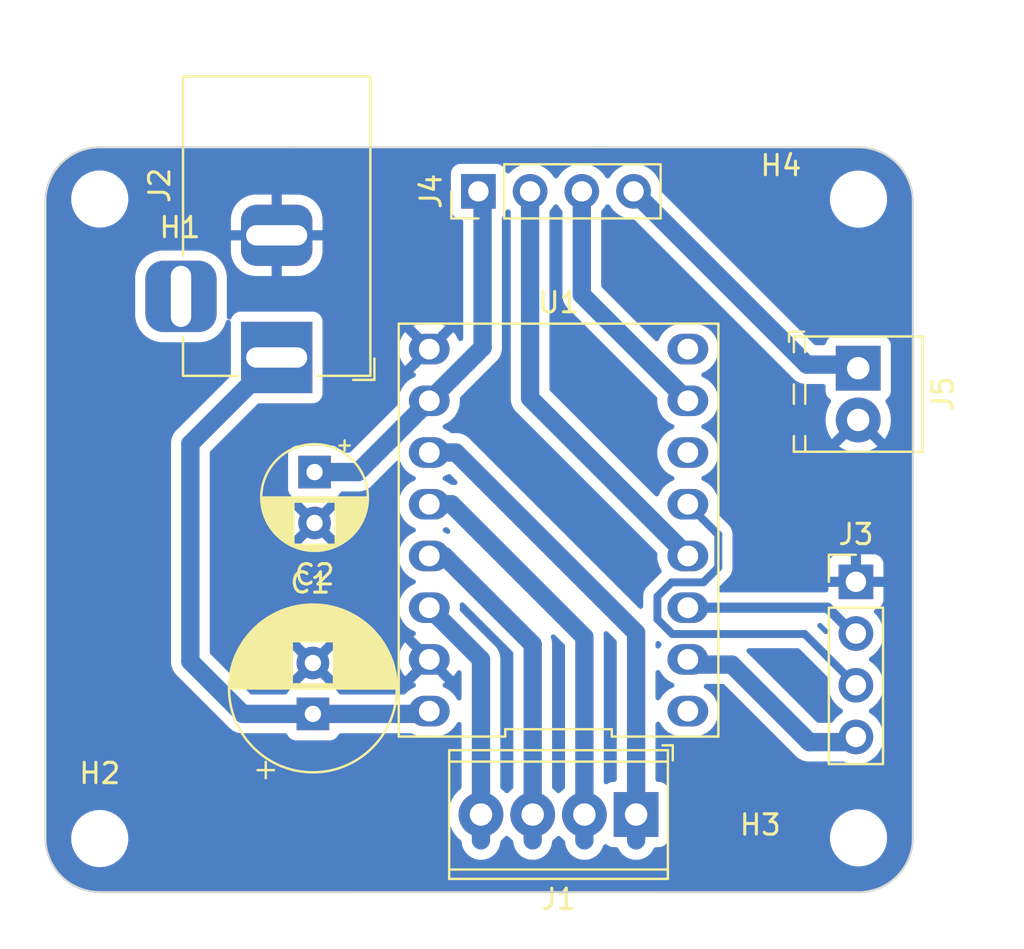
<source format=kicad_pcb>
(kicad_pcb (version 20221018) (generator pcbnew)
  (layers (0 "F.Cu" signal) (31 "B.Cu" signal) (34 "B.Paste" user) (35 "F.Paste" user) (36 "B.SilkS" user "B.Silkscreen") (37 "F.SilkS" user "F.Silkscreen") (38 "B.Mask" user) (39 "F.Mask" user) (44 "Edge.Cuts" user))
  (net 0 "")
  (net 1 "+12V")
  (net 2 "GND")
  (net 3 "+3.3V")
  (net 4 "Net-(J1-Pin_1)")
  (net 5 "Net-(J1-Pin_2)")
  (net 6 "Net-(J1-Pin_3)")
  (net 7 "Net-(J1-Pin_4)")
  (net 9 "Net-(J3-Pin_2)")
  (net 10 "Net-(J3-Pin_3)")
  (net 11 "Net-(J3-Pin_4)")
  (net 12 "Net-(J4-Pin_2)")
  (net 13 "Net-(J4-Pin_3)")
  (net 17 "Net-(J4-Pin_4)")
  (footprint "Connector_PinHeader_2.54mm:PinHeader_1x04_P2.54mm_Vertical" (layer "F.Cu") (at 149.987 85.09)
    (fp_text reference "J3" (at 0 -2.33) (layer "F.SilkS"))
    (fp_text value "Conn_01x04_Pin")
    (fp_line (start -1.33 -1.33) (end 0 -1.33) (stroke (width 0.12)) (layer "F.SilkS"))
    (fp_line (start -1.33 0) (end -1.33 -1.33) (stroke (width 0.12)) (layer "F.SilkS"))
    (fp_line (start -1.33 1.27) (end -1.33 8.95) (stroke (width 0.12)) (layer "F.SilkS"))
    (fp_line (start -1.33 1.27) (end 1.33 1.27) (stroke (width 0.12)) (layer "F.SilkS"))
    (fp_line (start -1.33 8.95) (end 1.33 8.95) (stroke (width 0.12)) (layer "F.SilkS"))
    (fp_line (start 1.33 1.27) (end 1.33 8.95) (stroke (width 0.12)) (layer "F.SilkS"))
    (pad "1" thru_hole rect (at 0 0) (size 1.7 1.7) (drill 1) (layers "*.Cu" "*.Mask") (net 2 "GND"))
    (pad "2" thru_hole oval (at 0 2.54) (size 1.7 1.7) (drill 1) (layers "*.Cu" "*.Mask") (net 9 "Net-(J3-Pin_2)"))
    (pad "3" thru_hole oval (at 0 5.08) (size 1.7 1.7) (drill 1) (layers "*.Cu" "*.Mask") (net 10 "Net-(J3-Pin_3)"))
    (pad "4" thru_hole oval (at 0 7.62) (size 1.7 1.7) (drill 1) (layers "*.Cu" "*.Mask") (net 11 "Net-(J3-Pin_4)"))
  )
  (footprint "OSMI_stepper_footprint:DIP-16_500_ELL" (layer "F.Cu") (at 135.382 82.55 90)
    (fp_text reference "U1" (at 11.176 0) (layer "F.SilkS"))
    (fp_text value "~")
    (fp_line (start -10.14 -7.85) (end -10.14 -2.616666) (stroke (width 0.12)) (layer "F.SilkS"))
    (fp_line (start -10.14 -2.616666) (end -9.78 -2.616666) (stroke (width 0.12)) (layer "F.SilkS"))
    (fp_line (start -10.14 2.616666) (end -10.14 7.849999) (stroke (width 0.12)) (layer "F.SilkS"))
    (fp_line (start -10.14 7.849999) (end 10.14 7.85) (stroke (width 0.12)) (layer "F.SilkS"))
    (fp_line (start -9.78 -2.616666) (end -9.78 2.616666) (stroke (width 0.12)) (layer "F.SilkS"))
    (fp_line (start -9.78 2.616666) (end -10.14 2.616666) (stroke (width 0.12)) (layer "F.SilkS"))
    (fp_line (start 10.14 -7.849999) (end -10.14 -7.85) (stroke (width 0.12)) (layer "F.SilkS"))
    (fp_line (start 10.14 7.85) (end 10.14 -7.849999) (stroke (width 0.12)) (layer "F.SilkS"))
    (pad "1" thru_hole oval (at -8.89 6.35 90) (size 1.5 2) (drill 1.02) (layers "*.Cu" "*.Mask"))
    (pad "2" thru_hole oval (at -6.35 6.35 90) (size 1.5 2) (drill 1.02) (layers "*.Cu" "*.Mask") (net 11 "Net-(J3-Pin_4)"))
    (pad "3" thru_hole oval (at -3.81 6.35 90) (size 1.5 2) (drill 1.02) (layers "*.Cu" "*.Mask") (net 9 "Net-(J3-Pin_2)"))
    (pad "4" thru_hole oval (at -1.27 6.35 90) (size 1.5 2) (drill 1.02) (layers "*.Cu" "*.Mask") (net 12 "Net-(J4-Pin_2)"))
    (pad "5" thru_hole oval (at 1.27 6.35 90) (size 1.5 2) (drill 1.02) (layers "*.Cu" "*.Mask") (net 10 "Net-(J3-Pin_3)"))
    (pad "6" thru_hole oval (at 3.81 6.35 90) (size 1.5 2) (drill 1.02) (layers "*.Cu" "*.Mask"))
    (pad "7" thru_hole oval (at 6.35 6.35 90) (size 1.5 2) (drill 1.02) (layers "*.Cu" "*.Mask") (net 13 "Net-(J4-Pin_3)"))
    (pad "8" thru_hole oval (at 8.89 6.35 90) (size 1.5 2) (drill 1.02) (layers "*.Cu" "*.Mask"))
    (pad "9" thru_hole oval (at 8.89 -6.35 90) (size 1.5 2) (drill 1.02) (layers "*.Cu" "*.Mask") (net 2 "GND"))
    (pad "10" thru_hole oval (at 6.35 -6.35 90) (size 1.5 2) (drill 1.02) (layers "*.Cu" "*.Mask") (net 3 "+3.3V"))
    (pad "11" thru_hole oval (at 3.81 -6.35 90) (size 1.5 2) (drill 1.02) (layers "*.Cu" "*.Mask") (net 4 "Net-(J1-Pin_1)"))
    (pad "12" thru_hole oval (at 1.27 -6.35 90) (size 1.5 2) (drill 1.02) (layers "*.Cu" "*.Mask") (net 5 "Net-(J1-Pin_2)"))
    (pad "13" thru_hole oval (at -1.27 -6.35 90) (size 1.5 2) (drill 1.02) (layers "*.Cu" "*.Mask") (net 6 "Net-(J1-Pin_3)"))
    (pad "14" thru_hole oval (at -3.81 -6.35 90) (size 1.5 2) (drill 1.02) (layers "*.Cu" "*.Mask") (net 7 "Net-(J1-Pin_4)"))
    (pad "15" thru_hole oval (at -6.35 -6.35 90) (size 1.5 2) (drill 1.02) (layers "*.Cu" "*.Mask") (net 2 "GND"))
    (pad "16" thru_hole oval (at -8.89 -6.35 90) (size 1.5 2) (drill 1.02) (layers "*.Cu" "*.Mask") (net 1 "+12V"))
  )
  (footprint "TerminalBlock_Phoenix:TerminalBlock_Phoenix_MPT-0,5-2-2.54_1x02_P2.54mm_Horizontal" (layer "F.Cu") (at 150.1 74.6 -90)
    (fp_text reference "J5" (at 1.27 -4.16 90) (layer "F.SilkS"))
    (fp_text value "Screw_Terminal_01x02")
    (fp_line (start -1.8 2.66) (end -1.8 3.4) (stroke (width 0.12)) (layer "F.SilkS"))
    (fp_line (start -1.8 3.4) (end -1.3 3.4) (stroke (width 0.12)) (layer "F.SilkS"))
    (fp_line (start -1.56 -3.16) (end -1.56 3.16) (stroke (width 0.12)) (layer "F.SilkS"))
    (fp_line (start -1.56 -3.16) (end 4.1 -3.16) (stroke (width 0.12)) (layer "F.SilkS"))
    (fp_line (start -1.56 -2.7) (end 4.1 -2.7) (stroke (width 0.12)) (layer "F.SilkS"))
    (fp_line (start -1.56 2.6) (end -0.79 2.6) (stroke (width 0.12)) (layer "F.SilkS"))
    (fp_line (start -1.56 3.16) (end -0.79 3.16) (stroke (width 0.12)) (layer "F.SilkS"))
    (fp_line (start 0.79 2.6) (end 1.75 2.6) (stroke (width 0.12)) (layer "F.SilkS"))
    (fp_line (start 0.79 3.16) (end 1.75 3.16) (stroke (width 0.12)) (layer "F.SilkS"))
    (fp_line (start 3.33 2.6) (end 4.1 2.6) (stroke (width 0.12)) (layer "F.SilkS"))
    (fp_line (start 3.33 3.16) (end 4.1 3.16) (stroke (width 0.12)) (layer "F.SilkS"))
    (fp_line (start 4.1 -3.16) (end 4.1 3.16) (stroke (width 0.12)) (layer "F.SilkS"))
    (pad "1" thru_hole rect (at 0 0 270) (size 2.2 2.2) (drill 1.1) (layers "*.Cu" "*.Mask") (net 17 "Net-(J4-Pin_4)"))
    (pad "2" thru_hole circle (at 2.54 0 270) (size 2.2 2.2) (drill 1.1) (layers "*.Cu" "*.Mask") (net 2 "GND"))
  )
  (footprint "Connector_PinHeader_2.54mm:PinHeader_1x04_P2.54mm_Vertical" (layer "F.Cu") (at 131.445 65.913 90)
    (fp_text reference "J4" (at 0 -2.33 90) (layer "F.SilkS"))
    (fp_text value "Conn_01x04_Pin")
    (fp_line (start -1.33 -1.33) (end 0 -1.33) (stroke (width 0.12)) (layer "F.SilkS"))
    (fp_line (start -1.33 0) (end -1.33 -1.33) (stroke (width 0.12)) (layer "F.SilkS"))
    (fp_line (start -1.33 1.27) (end -1.33 8.95) (stroke (width 0.12)) (layer "F.SilkS"))
    (fp_line (start -1.33 1.27) (end 1.33 1.27) (stroke (width 0.12)) (layer "F.SilkS"))
    (fp_line (start -1.33 8.95) (end 1.33 8.95) (stroke (width 0.12)) (layer "F.SilkS"))
    (fp_line (start 1.33 1.27) (end 1.33 8.95) (stroke (width 0.12)) (layer "F.SilkS"))
    (pad "1" thru_hole rect (at 0 0 90) (size 1.7 1.7) (drill 1) (layers "*.Cu" "*.Mask") (net 3 "+3.3V"))
    (pad "2" thru_hole oval (at 0 2.54 90) (size 1.7 1.7) (drill 1) (layers "*.Cu" "*.Mask") (net 12 "Net-(J4-Pin_2)"))
    (pad "3" thru_hole oval (at 0 5.08 90) (size 1.7 1.7) (drill 1) (layers "*.Cu" "*.Mask") (net 13 "Net-(J4-Pin_3)"))
    (pad "4" thru_hole oval (at 0 7.62 90) (size 1.7 1.7) (drill 1) (layers "*.Cu" "*.Mask") (net 17 "Net-(J4-Pin_4)"))
  )
  (footprint "Capacitor_THT:CP_Radial_D5.0mm_P2.50mm" (layer "F.Cu") (at 123.4 79.7 -90)
    (fp_text reference "C2" (at 5.04 0) (layer "F.SilkS"))
    (fp_text value "1uF")
    (fp_line (start -1.554775 -1.475) (end -1.054775 -1.475) (stroke (width 0.12)) (layer "F.SilkS"))
    (fp_line (start -1.304775 -1.725) (end -1.304775 -1.225) (stroke (width 0.12)) (layer "F.SilkS"))
    (fp_line (start 1.25 -2.58) (end 1.25 2.58) (stroke (width 0.12)) (layer "F.SilkS"))
    (fp_line (start 1.29 -2.58) (end 1.29 2.58) (stroke (width 0.12)) (layer "F.SilkS"))
    (fp_line (start 1.33 -2.579) (end 1.33 2.579) (stroke (width 0.12)) (layer "F.SilkS"))
    (fp_line (start 1.37 -2.578) (end 1.37 2.578) (stroke (width 0.12)) (layer "F.SilkS"))
    (fp_line (start 1.41 -2.576) (end 1.41 2.576) (stroke (width 0.12)) (layer "F.SilkS"))
    (fp_line (start 1.45 -2.573) (end 1.45 2.573) (stroke (width 0.12)) (layer "F.SilkS"))
    (fp_line (start 1.49 -2.569) (end 1.49 -1.04) (stroke (width 0.12)) (layer "F.SilkS"))
    (fp_line (start 1.49 1.04) (end 1.49 2.569) (stroke (width 0.12)) (layer "F.SilkS"))
    (fp_line (start 1.53 -2.565) (end 1.53 -1.04) (stroke (width 0.12)) (layer "F.SilkS"))
    (fp_line (start 1.53 1.04) (end 1.53 2.565) (stroke (width 0.12)) (layer "F.SilkS"))
    (fp_line (start 1.57 -2.561) (end 1.57 -1.04) (stroke (width 0.12)) (layer "F.SilkS"))
    (fp_line (start 1.57 1.04) (end 1.57 2.561) (stroke (width 0.12)) (layer "F.SilkS"))
    (fp_line (start 1.61 -2.556) (end 1.61 -1.04) (stroke (width 0.12)) (layer "F.SilkS"))
    (fp_line (start 1.61 1.04) (end 1.61 2.556) (stroke (width 0.12)) (layer "F.SilkS"))
    (fp_line (start 1.65 -2.55) (end 1.65 -1.04) (stroke (width 0.12)) (layer "F.SilkS"))
    (fp_line (start 1.65 1.04) (end 1.65 2.55) (stroke (width 0.12)) (layer "F.SilkS"))
    (fp_line (start 1.69 -2.543) (end 1.69 -1.04) (stroke (width 0.12)) (layer "F.SilkS"))
    (fp_line (start 1.69 1.04) (end 1.69 2.543) (stroke (width 0.12)) (layer "F.SilkS"))
    (fp_line (start 1.73 -2.536) (end 1.73 -1.04) (stroke (width 0.12)) (layer "F.SilkS"))
    (fp_line (start 1.73 1.04) (end 1.73 2.536) (stroke (width 0.12)) (layer "F.SilkS"))
    (fp_line (start 1.77 -2.528) (end 1.77 -1.04) (stroke (width 0.12)) (layer "F.SilkS"))
    (fp_line (start 1.77 1.04) (end 1.77 2.528) (stroke (width 0.12)) (layer "F.SilkS"))
    (fp_line (start 1.81 -2.52) (end 1.81 -1.04) (stroke (width 0.12)) (layer "F.SilkS"))
    (fp_line (start 1.81 1.04) (end 1.81 2.52) (stroke (width 0.12)) (layer "F.SilkS"))
    (fp_line (start 1.85 -2.511) (end 1.85 -1.04) (stroke (width 0.12)) (layer "F.SilkS"))
    (fp_line (start 1.85 1.04) (end 1.85 2.511) (stroke (width 0.12)) (layer "F.SilkS"))
    (fp_line (start 1.89 -2.501) (end 1.89 -1.04) (stroke (width 0.12)) (layer "F.SilkS"))
    (fp_line (start 1.89 1.04) (end 1.89 2.501) (stroke (width 0.12)) (layer "F.SilkS"))
    (fp_line (start 1.93 -2.491) (end 1.93 -1.04) (stroke (width 0.12)) (layer "F.SilkS"))
    (fp_line (start 1.93 1.04) (end 1.93 2.491) (stroke (width 0.12)) (layer "F.SilkS"))
    (fp_line (start 1.971 -2.48) (end 1.971 -1.04) (stroke (width 0.12)) (layer "F.SilkS"))
    (fp_line (start 1.971 1.04) (end 1.971 2.48) (stroke (width 0.12)) (layer "F.SilkS"))
    (fp_line (start 2.011 -2.468) (end 2.011 -1.04) (stroke (width 0.12)) (layer "F.SilkS"))
    (fp_line (start 2.011 1.04) (end 2.011 2.468) (stroke (width 0.12)) (layer "F.SilkS"))
    (fp_line (start 2.051 -2.455) (end 2.051 -1.04) (stroke (width 0.12)) (layer "F.SilkS"))
    (fp_line (start 2.051 1.04) (end 2.051 2.455) (stroke (width 0.12)) (layer "F.SilkS"))
    (fp_line (start 2.091 -2.442) (end 2.091 -1.04) (stroke (width 0.12)) (layer "F.SilkS"))
    (fp_line (start 2.091 1.04) (end 2.091 2.442) (stroke (width 0.12)) (layer "F.SilkS"))
    (fp_line (start 2.131 -2.428) (end 2.131 -1.04) (stroke (width 0.12)) (layer "F.SilkS"))
    (fp_line (start 2.131 1.04) (end 2.131 2.428) (stroke (width 0.12)) (layer "F.SilkS"))
    (fp_line (start 2.171 -2.414) (end 2.171 -1.04) (stroke (width 0.12)) (layer "F.SilkS"))
    (fp_line (start 2.171 1.04) (end 2.171 2.414) (stroke (width 0.12)) (layer "F.SilkS"))
    (fp_line (start 2.211 -2.398) (end 2.211 -1.04) (stroke (width 0.12)) (layer "F.SilkS"))
    (fp_line (start 2.211 1.04) (end 2.211 2.398) (stroke (width 0.12)) (layer "F.SilkS"))
    (fp_line (start 2.251 -2.382) (end 2.251 -1.04) (stroke (width 0.12)) (layer "F.SilkS"))
    (fp_line (start 2.251 1.04) (end 2.251 2.382) (stroke (width 0.12)) (layer "F.SilkS"))
    (fp_line (start 2.291 -2.365) (end 2.291 -1.04) (stroke (width 0.12)) (layer "F.SilkS"))
    (fp_line (start 2.291 1.04) (end 2.291 2.365) (stroke (width 0.12)) (layer "F.SilkS"))
    (fp_line (start 2.331 -2.348) (end 2.331 -1.04) (stroke (width 0.12)) (layer "F.SilkS"))
    (fp_line (start 2.331 1.04) (end 2.331 2.348) (stroke (width 0.12)) (layer "F.SilkS"))
    (fp_line (start 2.371 -2.329) (end 2.371 -1.04) (stroke (width 0.12)) (layer "F.SilkS"))
    (fp_line (start 2.371 1.04) (end 2.371 2.329) (stroke (width 0.12)) (layer "F.SilkS"))
    (fp_line (start 2.411 -2.31) (end 2.411 -1.04) (stroke (width 0.12)) (layer "F.SilkS"))
    (fp_line (start 2.411 1.04) (end 2.411 2.31) (stroke (width 0.12)) (layer "F.SilkS"))
    (fp_line (start 2.451 -2.29) (end 2.451 -1.04) (stroke (width 0.12)) (layer "F.SilkS"))
    (fp_line (start 2.451 1.04) (end 2.451 2.29) (stroke (width 0.12)) (layer "F.SilkS"))
    (fp_line (start 2.491 -2.268) (end 2.491 -1.04) (stroke (width 0.12)) (layer "F.SilkS"))
    (fp_line (start 2.491 1.04) (end 2.491 2.268) (stroke (width 0.12)) (layer "F.SilkS"))
    (fp_line (start 2.531 -2.247) (end 2.531 -1.04) (stroke (width 0.12)) (layer "F.SilkS"))
    (fp_line (start 2.531 1.04) (end 2.531 2.247) (stroke (width 0.12)) (layer "F.SilkS"))
    (fp_line (start 2.571 -2.224) (end 2.571 -1.04) (stroke (width 0.12)) (layer "F.SilkS"))
    (fp_line (start 2.571 1.04) (end 2.571 2.224) (stroke (width 0.12)) (layer "F.SilkS"))
    (fp_line (start 2.611 -2.2) (end 2.611 -1.04) (stroke (width 0.12)) (layer "F.SilkS"))
    (fp_line (start 2.611 1.04) (end 2.611 2.2) (stroke (width 0.12)) (layer "F.SilkS"))
    (fp_line (start 2.651 -2.175) (end 2.651 -1.04) (stroke (width 0.12)) (layer "F.SilkS"))
    (fp_line (start 2.651 1.04) (end 2.651 2.175) (stroke (width 0.12)) (layer "F.SilkS"))
    (fp_line (start 2.691 -2.149) (end 2.691 -1.04) (stroke (width 0.12)) (layer "F.SilkS"))
    (fp_line (start 2.691 1.04) (end 2.691 2.149) (stroke (width 0.12)) (layer "F.SilkS"))
    (fp_line (start 2.731 -2.122) (end 2.731 -1.04) (stroke (width 0.12)) (layer "F.SilkS"))
    (fp_line (start 2.731 1.04) (end 2.731 2.122) (stroke (width 0.12)) (layer "F.SilkS"))
    (fp_line (start 2.771 -2.095) (end 2.771 -1.04) (stroke (width 0.12)) (layer "F.SilkS"))
    (fp_line (start 2.771 1.04) (end 2.771 2.095) (stroke (width 0.12)) (layer "F.SilkS"))
    (fp_line (start 2.811 -2.065) (end 2.811 -1.04) (stroke (width 0.12)) (layer "F.SilkS"))
    (fp_line (start 2.811 1.04) (end 2.811 2.065) (stroke (width 0.12)) (layer "F.SilkS"))
    (fp_line (start 2.851 -2.035) (end 2.851 -1.04) (stroke (width 0.12)) (layer "F.SilkS"))
    (fp_line (start 2.851 1.04) (end 2.851 2.035) (stroke (width 0.12)) (layer "F.SilkS"))
    (fp_line (start 2.891 -2.004) (end 2.891 -1.04) (stroke (width 0.12)) (layer "F.SilkS"))
    (fp_line (start 2.891 1.04) (end 2.891 2.004) (stroke (width 0.12)) (layer "F.SilkS"))
    (fp_line (start 2.931 -1.971) (end 2.931 -1.04) (stroke (width 0.12)) (layer "F.SilkS"))
    (fp_line (start 2.931 1.04) (end 2.931 1.971) (stroke (width 0.12)) (layer "F.SilkS"))
    (fp_line (start 2.971 -1.937) (end 2.971 -1.04) (stroke (width 0.12)) (layer "F.SilkS"))
    (fp_line (start 2.971 1.04) (end 2.971 1.937) (stroke (width 0.12)) (layer "F.SilkS"))
    (fp_line (start 3.011 -1.901) (end 3.011 -1.04) (stroke (width 0.12)) (layer "F.SilkS"))
    (fp_line (start 3.011 1.04) (end 3.011 1.901) (stroke (width 0.12)) (layer "F.SilkS"))
    (fp_line (start 3.051 -1.864) (end 3.051 -1.04) (stroke (width 0.12)) (layer "F.SilkS"))
    (fp_line (start 3.051 1.04) (end 3.051 1.864) (stroke (width 0.12)) (layer "F.SilkS"))
    (fp_line (start 3.091 -1.826) (end 3.091 -1.04) (stroke (width 0.12)) (layer "F.SilkS"))
    (fp_line (start 3.091 1.04) (end 3.091 1.826) (stroke (width 0.12)) (layer "F.SilkS"))
    (fp_line (start 3.131 -1.785) (end 3.131 -1.04) (stroke (width 0.12)) (layer "F.SilkS"))
    (fp_line (start 3.131 1.04) (end 3.131 1.785) (stroke (width 0.12)) (layer "F.SilkS"))
    (fp_line (start 3.171 -1.743) (end 3.171 -1.04) (stroke (width 0.12)) (layer "F.SilkS"))
    (fp_line (start 3.171 1.04) (end 3.171 1.743) (stroke (width 0.12)) (layer "F.SilkS"))
    (fp_line (start 3.211 -1.699) (end 3.211 -1.04) (stroke (width 0.12)) (layer "F.SilkS"))
    (fp_line (start 3.211 1.04) (end 3.211 1.699) (stroke (width 0.12)) (layer "F.SilkS"))
    (fp_line (start 3.251 -1.653) (end 3.251 -1.04) (stroke (width 0.12)) (layer "F.SilkS"))
    (fp_line (start 3.251 1.04) (end 3.251 1.653) (stroke (width 0.12)) (layer "F.SilkS"))
    (fp_line (start 3.291 -1.605) (end 3.291 -1.04) (stroke (width 0.12)) (layer "F.SilkS"))
    (fp_line (start 3.291 1.04) (end 3.291 1.605) (stroke (width 0.12)) (layer "F.SilkS"))
    (fp_line (start 3.331 -1.554) (end 3.331 -1.04) (stroke (width 0.12)) (layer "F.SilkS"))
    (fp_line (start 3.331 1.04) (end 3.331 1.554) (stroke (width 0.12)) (layer "F.SilkS"))
    (fp_line (start 3.371 -1.5) (end 3.371 -1.04) (stroke (width 0.12)) (layer "F.SilkS"))
    (fp_line (start 3.371 1.04) (end 3.371 1.5) (stroke (width 0.12)) (layer "F.SilkS"))
    (fp_line (start 3.411 -1.443) (end 3.411 -1.04) (stroke (width 0.12)) (layer "F.SilkS"))
    (fp_line (start 3.411 1.04) (end 3.411 1.443) (stroke (width 0.12)) (layer "F.SilkS"))
    (fp_line (start 3.451 -1.383) (end 3.451 -1.04) (stroke (width 0.12)) (layer "F.SilkS"))
    (fp_line (start 3.451 1.04) (end 3.451 1.383) (stroke (width 0.12)) (layer "F.SilkS"))
    (fp_line (start 3.491 -1.319) (end 3.491 -1.04) (stroke (width 0.12)) (layer "F.SilkS"))
    (fp_line (start 3.491 1.04) (end 3.491 1.319) (stroke (width 0.12)) (layer "F.SilkS"))
    (fp_line (start 3.531 -1.251) (end 3.531 -1.04) (stroke (width 0.12)) (layer "F.SilkS"))
    (fp_line (start 3.531 1.04) (end 3.531 1.251) (stroke (width 0.12)) (layer "F.SilkS"))
    (fp_line (start 3.571 -1.178) (end 3.571 1.178) (stroke (width 0.12)) (layer "F.SilkS"))
    (fp_line (start 3.611 -1.098) (end 3.611 1.098) (stroke (width 0.12)) (layer "F.SilkS"))
    (fp_line (start 3.651 -1.011) (end 3.651 1.011) (stroke (width 0.12)) (layer "F.SilkS"))
    (fp_line (start 3.691 -0.915) (end 3.691 0.915) (stroke (width 0.12)) (layer "F.SilkS"))
    (fp_line (start 3.731 -0.805) (end 3.731 0.805) (stroke (width 0.12)) (layer "F.SilkS"))
    (fp_line (start 3.771 -0.677) (end 3.771 0.677) (stroke (width 0.12)) (layer "F.SilkS"))
    (fp_line (start 3.811 -0.518) (end 3.811 0.518) (stroke (width 0.12)) (layer "F.SilkS"))
    (fp_line (start 3.851 -0.284) (end 3.851 0.284) (stroke (width 0.12)) (layer "F.SilkS"))
    (fp_circle (center 1.25 0) (end 3.87 0) (stroke (width 0.12)) (fill none) (layer "F.SilkS"))
    (pad "1" thru_hole rect (at 0 0 270) (size 1.6 1.6) (drill 0.8) (layers "*.Cu" "*.Mask") (net 3 "+3.3V"))
    (pad "2" thru_hole circle (at 2.5 0 270) (size 1.6 1.6) (drill 0.8) (layers "*.Cu" "*.Mask") (net 2 "GND"))
  )
  (footprint "MountingHole:MountingHole_2.2mm_M2" (layer "F.Cu") (at 150.114 97.663)
    (fp_text reference "H3" (at -4.826 -0.635) (layer "F.SilkS"))
    (fp_text value "MountingHole")
    (pad "" np_thru_hole circle (at 0 0) (size 2.2 2.2) (drill 2.2) (layers "*.Cu" "*.Mask"))
  )
  (footprint "MountingHole:MountingHole_2.2mm_M2" (layer "F.Cu") (at 112.85 97.699)
    (fp_text reference "H2" (at 0 -3.2) (layer "F.SilkS"))
    (fp_text value "MountingHole")
    (pad "" np_thru_hole circle (at 0 0) (size 2.2 2.2) (drill 2.2) (layers "*.Cu" "*.Mask"))
  )
  (footprint "MountingHole:MountingHole_2.2mm_M2" (layer "F.Cu") (at 112.85 66.29)
    (fp_text reference "H1" (at 3.937 1.397) (layer "F.SilkS"))
    (fp_text value "MountingHole")
    (pad "" np_thru_hole circle (at 0 0) (size 2.2 2.2) (drill 2.2) (layers "*.Cu" "*.Mask"))
  )
  (footprint "MountingHole:MountingHole_2.2mm_M2" (layer "F.Cu") (at 150.114 66.294)
    (fp_text reference "H4" (at -3.81 -1.651) (layer "F.SilkS"))
    (fp_text value "MountingHole")
    (pad "" np_thru_hole circle (at 0 0) (size 2.2 2.2) (drill 2.2) (layers "*.Cu" "*.Mask"))
  )
  (footprint "Capacitor_THT:CP_Radial_D8.0mm_P2.50mm" (layer "F.Cu") (at 123.317 91.576651 90)
    (fp_text reference "C1" (at 6.437 -0.127) (layer "F.SilkS"))
    (fp_text value "100uF")
    (fp_line (start -3.159698 -2.315) (end -2.359698 -2.315) (stroke (width 0.12)) (layer "F.SilkS"))
    (fp_line (start -2.759698 -2.715) (end -2.759698 -1.915) (stroke (width 0.12)) (layer "F.SilkS"))
    (fp_line (start 1.25 -4.08) (end 1.25 4.08) (stroke (width 0.12)) (layer "F.SilkS"))
    (fp_line (start 1.29 -4.08) (end 1.29 4.08) (stroke (width 0.12)) (layer "F.SilkS"))
    (fp_line (start 1.33 -4.08) (end 1.33 4.08) (stroke (width 0.12)) (layer "F.SilkS"))
    (fp_line (start 1.37 -4.079) (end 1.37 4.079) (stroke (width 0.12)) (layer "F.SilkS"))
    (fp_line (start 1.41 -4.077) (end 1.41 4.077) (stroke (width 0.12)) (layer "F.SilkS"))
    (fp_line (start 1.45 -4.076) (end 1.45 4.076) (stroke (width 0.12)) (layer "F.SilkS"))
    (fp_line (start 1.49 -4.074) (end 1.49 -1.04) (stroke (width 0.12)) (layer "F.SilkS"))
    (fp_line (start 1.49 1.04) (end 1.49 4.074) (stroke (width 0.12)) (layer "F.SilkS"))
    (fp_line (start 1.53 -4.071) (end 1.53 -1.04) (stroke (width 0.12)) (layer "F.SilkS"))
    (fp_line (start 1.53 1.04) (end 1.53 4.071) (stroke (width 0.12)) (layer "F.SilkS"))
    (fp_line (start 1.57 -4.068) (end 1.57 -1.04) (stroke (width 0.12)) (layer "F.SilkS"))
    (fp_line (start 1.57 1.04) (end 1.57 4.068) (stroke (width 0.12)) (layer "F.SilkS"))
    (fp_line (start 1.61 -4.065) (end 1.61 -1.04) (stroke (width 0.12)) (layer "F.SilkS"))
    (fp_line (start 1.61 1.04) (end 1.61 4.065) (stroke (width 0.12)) (layer "F.SilkS"))
    (fp_line (start 1.65 -4.061) (end 1.65 -1.04) (stroke (width 0.12)) (layer "F.SilkS"))
    (fp_line (start 1.65 1.04) (end 1.65 4.061) (stroke (width 0.12)) (layer "F.SilkS"))
    (fp_line (start 1.69 -4.057) (end 1.69 -1.04) (stroke (width 0.12)) (layer "F.SilkS"))
    (fp_line (start 1.69 1.04) (end 1.69 4.057) (stroke (width 0.12)) (layer "F.SilkS"))
    (fp_line (start 1.73 -4.052) (end 1.73 -1.04) (stroke (width 0.12)) (layer "F.SilkS"))
    (fp_line (start 1.73 1.04) (end 1.73 4.052) (stroke (width 0.12)) (layer "F.SilkS"))
    (fp_line (start 1.77 -4.048) (end 1.77 -1.04) (stroke (width 0.12)) (layer "F.SilkS"))
    (fp_line (start 1.77 1.04) (end 1.77 4.048) (stroke (width 0.12)) (layer "F.SilkS"))
    (fp_line (start 1.81 -4.042) (end 1.81 -1.04) (stroke (width 0.12)) (layer "F.SilkS"))
    (fp_line (start 1.81 1.04) (end 1.81 4.042) (stroke (width 0.12)) (layer "F.SilkS"))
    (fp_line (start 1.85 -4.037) (end 1.85 -1.04) (stroke (width 0.12)) (layer "F.SilkS"))
    (fp_line (start 1.85 1.04) (end 1.85 4.037) (stroke (width 0.12)) (layer "F.SilkS"))
    (fp_line (start 1.89 -4.03) (end 1.89 -1.04) (stroke (width 0.12)) (layer "F.SilkS"))
    (fp_line (start 1.89 1.04) (end 1.89 4.03) (stroke (width 0.12)) (layer "F.SilkS"))
    (fp_line (start 1.93 -4.024) (end 1.93 -1.04) (stroke (width 0.12)) (layer "F.SilkS"))
    (fp_line (start 1.93 1.04) (end 1.93 4.024) (stroke (width 0.12)) (layer "F.SilkS"))
    (fp_line (start 1.971 -4.017) (end 1.971 -1.04) (stroke (width 0.12)) (layer "F.SilkS"))
    (fp_line (start 1.971 1.04) (end 1.971 4.017) (stroke (width 0.12)) (layer "F.SilkS"))
    (fp_line (start 2.011 -4.01) (end 2.011 -1.04) (stroke (width 0.12)) (layer "F.SilkS"))
    (fp_line (start 2.011 1.04) (end 2.011 4.01) (stroke (width 0.12)) (layer "F.SilkS"))
    (fp_line (start 2.051 -4.002) (end 2.051 -1.04) (stroke (width 0.12)) (layer "F.SilkS"))
    (fp_line (start 2.051 1.04) (end 2.051 4.002) (stroke (width 0.12)) (layer "F.SilkS"))
    (fp_line (start 2.091 -3.994) (end 2.091 -1.04) (stroke (width 0.12)) (layer "F.SilkS"))
    (fp_line (start 2.091 1.04) (end 2.091 3.994) (stroke (width 0.12)) (layer "F.SilkS"))
    (fp_line (start 2.131 -3.985) (end 2.131 -1.04) (stroke (width 0.12)) (layer "F.SilkS"))
    (fp_line (start 2.131 1.04) (end 2.131 3.985) (stroke (width 0.12)) (layer "F.SilkS"))
    (fp_line (start 2.171 -3.976) (end 2.171 -1.04) (stroke (width 0.12)) (layer "F.SilkS"))
    (fp_line (start 2.171 1.04) (end 2.171 3.976) (stroke (width 0.12)) (layer "F.SilkS"))
    (fp_line (start 2.211 -3.967) (end 2.211 -1.04) (stroke (width 0.12)) (layer "F.SilkS"))
    (fp_line (start 2.211 1.04) (end 2.211 3.967) (stroke (width 0.12)) (layer "F.SilkS"))
    (fp_line (start 2.251 -3.957) (end 2.251 -1.04) (stroke (width 0.12)) (layer "F.SilkS"))
    (fp_line (start 2.251 1.04) (end 2.251 3.957) (stroke (width 0.12)) (layer "F.SilkS"))
    (fp_line (start 2.291 -3.947) (end 2.291 -1.04) (stroke (width 0.12)) (layer "F.SilkS"))
    (fp_line (start 2.291 1.04) (end 2.291 3.947) (stroke (width 0.12)) (layer "F.SilkS"))
    (fp_line (start 2.331 -3.936) (end 2.331 -1.04) (stroke (width 0.12)) (layer "F.SilkS"))
    (fp_line (start 2.331 1.04) (end 2.331 3.936) (stroke (width 0.12)) (layer "F.SilkS"))
    (fp_line (start 2.371 -3.925) (end 2.371 -1.04) (stroke (width 0.12)) (layer "F.SilkS"))
    (fp_line (start 2.371 1.04) (end 2.371 3.925) (stroke (width 0.12)) (layer "F.SilkS"))
    (fp_line (start 2.411 -3.914) (end 2.411 -1.04) (stroke (width 0.12)) (layer "F.SilkS"))
    (fp_line (start 2.411 1.04) (end 2.411 3.914) (stroke (width 0.12)) (layer "F.SilkS"))
    (fp_line (start 2.451 -3.902) (end 2.451 -1.04) (stroke (width 0.12)) (layer "F.SilkS"))
    (fp_line (start 2.451 1.04) (end 2.451 3.902) (stroke (width 0.12)) (layer "F.SilkS"))
    (fp_line (start 2.491 -3.889) (end 2.491 -1.04) (stroke (width 0.12)) (layer "F.SilkS"))
    (fp_line (start 2.491 1.04) (end 2.491 3.889) (stroke (width 0.12)) (layer "F.SilkS"))
    (fp_line (start 2.531 -3.877) (end 2.531 -1.04) (stroke (width 0.12)) (layer "F.SilkS"))
    (fp_line (start 2.531 1.04) (end 2.531 3.877) (stroke (width 0.12)) (layer "F.SilkS"))
    (fp_line (start 2.571 -3.863) (end 2.571 -1.04) (stroke (width 0.12)) (layer "F.SilkS"))
    (fp_line (start 2.571 1.04) (end 2.571 3.863) (stroke (width 0.12)) (layer "F.SilkS"))
    (fp_line (start 2.611 -3.85) (end 2.611 -1.04) (stroke (width 0.12)) (layer "F.SilkS"))
    (fp_line (start 2.611 1.04) (end 2.611 3.85) (stroke (width 0.12)) (layer "F.SilkS"))
    (fp_line (start 2.651 -3.835) (end 2.651 -1.04) (stroke (width 0.12)) (layer "F.SilkS"))
    (fp_line (start 2.651 1.04) (end 2.651 3.835) (stroke (width 0.12)) (layer "F.SilkS"))
    (fp_line (start 2.691 -3.821) (end 2.691 -1.04) (stroke (width 0.12)) (layer "F.SilkS"))
    (fp_line (start 2.691 1.04) (end 2.691 3.821) (stroke (width 0.12)) (layer "F.SilkS"))
    (fp_line (start 2.731 -3.805) (end 2.731 -1.04) (stroke (width 0.12)) (layer "F.SilkS"))
    (fp_line (start 2.731 1.04) (end 2.731 3.805) (stroke (width 0.12)) (layer "F.SilkS"))
    (fp_line (start 2.771 -3.79) (end 2.771 -1.04) (stroke (width 0.12)) (layer "F.SilkS"))
    (fp_line (start 2.771 1.04) (end 2.771 3.79) (stroke (width 0.12)) (layer "F.SilkS"))
    (fp_line (start 2.811 -3.774) (end 2.811 -1.04) (stroke (width 0.12)) (layer "F.SilkS"))
    (fp_line (start 2.811 1.04) (end 2.811 3.774) (stroke (width 0.12)) (layer "F.SilkS"))
    (fp_line (start 2.851 -3.757) (end 2.851 -1.04) (stroke (width 0.12)) (layer "F.SilkS"))
    (fp_line (start 2.851 1.04) (end 2.851 3.757) (stroke (width 0.12)) (layer "F.SilkS"))
    (fp_line (start 2.891 -3.74) (end 2.891 -1.04) (stroke (width 0.12)) (layer "F.SilkS"))
    (fp_line (start 2.891 1.04) (end 2.891 3.74) (stroke (width 0.12)) (layer "F.SilkS"))
    (fp_line (start 2.931 -3.722) (end 2.931 -1.04) (stroke (width 0.12)) (layer "F.SilkS"))
    (fp_line (start 2.931 1.04) (end 2.931 3.722) (stroke (width 0.12)) (layer "F.SilkS"))
    (fp_line (start 2.971 -3.704) (end 2.971 -1.04) (stroke (width 0.12)) (layer "F.SilkS"))
    (fp_line (start 2.971 1.04) (end 2.971 3.704) (stroke (width 0.12)) (layer "F.SilkS"))
    (fp_line (start 3.011 -3.686) (end 3.011 -1.04) (stroke (width 0.12)) (layer "F.SilkS"))
    (fp_line (start 3.011 1.04) (end 3.011 3.686) (stroke (width 0.12)) (layer "F.SilkS"))
    (fp_line (start 3.051 -3.666) (end 3.051 -1.04) (stroke (width 0.12)) (layer "F.SilkS"))
    (fp_line (start 3.051 1.04) (end 3.051 3.666) (stroke (width 0.12)) (layer "F.SilkS"))
    (fp_line (start 3.091 -3.647) (end 3.091 -1.04) (stroke (width 0.12)) (layer "F.SilkS"))
    (fp_line (start 3.091 1.04) (end 3.091 3.647) (stroke (width 0.12)) (layer "F.SilkS"))
    (fp_line (start 3.131 -3.627) (end 3.131 -1.04) (stroke (width 0.12)) (layer "F.SilkS"))
    (fp_line (start 3.131 1.04) (end 3.131 3.627) (stroke (width 0.12)) (layer "F.SilkS"))
    (fp_line (start 3.171 -3.606) (end 3.171 -1.04) (stroke (width 0.12)) (layer "F.SilkS"))
    (fp_line (start 3.171 1.04) (end 3.171 3.606) (stroke (width 0.12)) (layer "F.SilkS"))
    (fp_line (start 3.211 -3.584) (end 3.211 -1.04) (stroke (width 0.12)) (layer "F.SilkS"))
    (fp_line (start 3.211 1.04) (end 3.211 3.584) (stroke (width 0.12)) (layer "F.SilkS"))
    (fp_line (start 3.251 -3.562) (end 3.251 -1.04) (stroke (width 0.12)) (layer "F.SilkS"))
    (fp_line (start 3.251 1.04) (end 3.251 3.562) (stroke (width 0.12)) (layer "F.SilkS"))
    (fp_line (start 3.291 -3.54) (end 3.291 -1.04) (stroke (width 0.12)) (layer "F.SilkS"))
    (fp_line (start 3.291 1.04) (end 3.291 3.54) (stroke (width 0.12)) (layer "F.SilkS"))
    (fp_line (start 3.331 -3.517) (end 3.331 -1.04) (stroke (width 0.12)) (layer "F.SilkS"))
    (fp_line (start 3.331 1.04) (end 3.331 3.517) (stroke (width 0.12)) (layer "F.SilkS"))
    (fp_line (start 3.371 -3.493) (end 3.371 -1.04) (stroke (width 0.12)) (layer "F.SilkS"))
    (fp_line (start 3.371 1.04) (end 3.371 3.493) (stroke (width 0.12)) (layer "F.SilkS"))
    (fp_line (start 3.411 -3.469) (end 3.411 -1.04) (stroke (width 0.12)) (layer "F.SilkS"))
    (fp_line (start 3.411 1.04) (end 3.411 3.469) (stroke (width 0.12)) (layer "F.SilkS"))
    (fp_line (start 3.451 -3.444) (end 3.451 -1.04) (stroke (width 0.12)) (layer "F.SilkS"))
    (fp_line (start 3.451 1.04) (end 3.451 3.444) (stroke (width 0.12)) (layer "F.SilkS"))
    (fp_line (start 3.491 -3.418) (end 3.491 -1.04) (stroke (width 0.12)) (layer "F.SilkS"))
    (fp_line (start 3.491 1.04) (end 3.491 3.418) (stroke (width 0.12)) (layer "F.SilkS"))
    (fp_line (start 3.531 -3.392) (end 3.531 -1.04) (stroke (width 0.12)) (layer "F.SilkS"))
    (fp_line (start 3.531 1.04) (end 3.531 3.392) (stroke (width 0.12)) (layer "F.SilkS"))
    (fp_line (start 3.571 -3.365) (end 3.571 3.365) (stroke (width 0.12)) (layer "F.SilkS"))
    (fp_line (start 3.611 -3.338) (end 3.611 3.338) (stroke (width 0.12)) (layer "F.SilkS"))
    (fp_line (start 3.651 -3.309) (end 3.651 3.309) (stroke (width 0.12)) (layer "F.SilkS"))
    (fp_line (start 3.691 -3.28) (end 3.691 3.28) (stroke (width 0.12)) (layer "F.SilkS"))
    (fp_line (start 3.731 -3.25) (end 3.731 3.25) (stroke (width 0.12)) (layer "F.SilkS"))
    (fp_line (start 3.771 -3.22) (end 3.771 3.22) (stroke (width 0.12)) (layer "F.SilkS"))
    (fp_line (start 3.811 -3.189) (end 3.811 3.189) (stroke (width 0.12)) (layer "F.SilkS"))
    (fp_line (start 3.851 -3.156) (end 3.851 3.156) (stroke (width 0.12)) (layer "F.SilkS"))
    (fp_line (start 3.891 -3.124) (end 3.891 3.124) (stroke (width 0.12)) (layer "F.SilkS"))
    (fp_line (start 3.931 -3.09) (end 3.931 3.09) (stroke (width 0.12)) (layer "F.SilkS"))
    (fp_line (start 3.971 -3.055) (end 3.971 3.055) (stroke (width 0.12)) (layer "F.SilkS"))
    (fp_line (start 4.011 -3.019) (end 4.011 3.019) (stroke (width 0.12)) (layer "F.SilkS"))
    (fp_line (start 4.051 -2.983) (end 4.051 2.983) (stroke (width 0.12)) (layer "F.SilkS"))
    (fp_line (start 4.091 -2.945) (end 4.091 2.945) (stroke (width 0.12)) (layer "F.SilkS"))
    (fp_line (start 4.131 -2.907) (end 4.131 2.907) (stroke (width 0.12)) (layer "F.SilkS"))
    (fp_line (start 4.171 -2.867) (end 4.171 2.867) (stroke (width 0.12)) (layer "F.SilkS"))
    (fp_line (start 4.211 -2.826) (end 4.211 2.826) (stroke (width 0.12)) (layer "F.SilkS"))
    (fp_line (start 4.251 -2.784) (end 4.251 2.784) (stroke (width 0.12)) (layer "F.SilkS"))
    (fp_line (start 4.291 -2.741) (end 4.291 2.741) (stroke (width 0.12)) (layer "F.SilkS"))
    (fp_line (start 4.331 -2.697) (end 4.331 2.697) (stroke (width 0.12)) (layer "F.SilkS"))
    (fp_line (start 4.371 -2.651) (end 4.371 2.651) (stroke (width 0.12)) (layer "F.SilkS"))
    (fp_line (start 4.411 -2.604) (end 4.411 2.604) (stroke (width 0.12)) (layer "F.SilkS"))
    (fp_line (start 4.451 -2.556) (end 4.451 2.556) (stroke (width 0.12)) (layer "F.SilkS"))
    (fp_line (start 4.491 -2.505) (end 4.491 2.505) (stroke (width 0.12)) (layer "F.SilkS"))
    (fp_line (start 4.531 -2.454) (end 4.531 2.454) (stroke (width 0.12)) (layer "F.SilkS"))
    (fp_line (start 4.571 -2.4) (end 4.571 2.4) (stroke (width 0.12)) (layer "F.SilkS"))
    (fp_line (start 4.611 -2.345) (end 4.611 2.345) (stroke (width 0.12)) (layer "F.SilkS"))
    (fp_line (start 4.651 -2.287) (end 4.651 2.287) (stroke (width 0.12)) (layer "F.SilkS"))
    (fp_line (start 4.691 -2.228) (end 4.691 2.228) (stroke (width 0.12)) (layer "F.SilkS"))
    (fp_line (start 4.731 -2.166) (end 4.731 2.166) (stroke (width 0.12)) (layer "F.SilkS"))
    (fp_line (start 4.771 -2.102) (end 4.771 2.102) (stroke (width 0.12)) (layer "F.SilkS"))
    (fp_line (start 4.811 -2.034) (end 4.811 2.034) (stroke (width 0.12)) (layer "F.SilkS"))
    (fp_line (start 4.851 -1.964) (end 4.851 1.964) (stroke (width 0.12)) (layer "F.SilkS"))
    (fp_line (start 4.891 -1.89) (end 4.891 1.89) (stroke (width 0.12)) (layer "F.SilkS"))
    (fp_line (start 4.931 -1.813) (end 4.931 1.813) (stroke (width 0.12)) (layer "F.SilkS"))
    (fp_line (start 4.971 -1.731) (end 4.971 1.731) (stroke (width 0.12)) (layer "F.SilkS"))
    (fp_line (start 5.011 -1.645) (end 5.011 1.645) (stroke (width 0.12)) (layer "F.SilkS"))
    (fp_line (start 5.051 -1.552) (end 5.051 1.552) (stroke (width 0.12)) (layer "F.SilkS"))
    (fp_line (start 5.091 -1.453) (end 5.091 1.453) (stroke (width 0.12)) (layer "F.SilkS"))
    (fp_line (start 5.131 -1.346) (end 5.131 1.346) (stroke (width 0.12)) (layer "F.SilkS"))
    (fp_line (start 5.171 -1.229) (end 5.171 1.229) (stroke (width 0.12)) (layer "F.SilkS"))
    (fp_line (start 5.211 -1.098) (end 5.211 1.098) (stroke (width 0.12)) (layer "F.SilkS"))
    (fp_line (start 5.251 -0.948) (end 5.251 0.948) (stroke (width 0.12)) (layer "F.SilkS"))
    (fp_line (start 5.291 -0.768) (end 5.291 0.768) (stroke (width 0.12)) (layer "F.SilkS"))
    (fp_line (start 5.331 -0.533) (end 5.331 0.533) (stroke (width 0.12)) (layer "F.SilkS"))
    (fp_circle (center 1.25 0) (end 5.37 0) (stroke (width 0.12)) (fill none) (layer "F.SilkS"))
    (pad "1" thru_hole rect (at 0 0 90) (size 1.6 1.6) (drill 0.8) (layers "*.Cu" "*.Mask") (net 1 "+12V"))
    (pad "2" thru_hole circle (at 2.5 0 90) (size 1.6 1.6) (drill 0.8) (layers "*.Cu" "*.Mask") (net 2 "GND"))
  )
  (footprint "Connector_BarrelJack:BarrelJack_Horizontal" (layer "F.Cu") (at 121.539 74.072 -90)
    (fp_text reference "J2" (at -8.45 5.75 90) (layer "F.SilkS"))
    (fp_text value "Barrel_Jack_Switch")
    (fp_line (start -13.8 -4.6) (end 0.9 -4.6) (stroke (width 0.12)) (layer "F.SilkS"))
    (fp_line (start -13.8 4.6) (end -13.8 -4.6) (stroke (width 0.12)) (layer "F.SilkS"))
    (fp_line (start -5 4.6) (end -13.8 4.6) (stroke (width 0.12)) (layer "F.SilkS"))
    (fp_line (start 0.05 -4.8) (end 1.1 -4.8) (stroke (width 0.12)) (layer "F.SilkS"))
    (fp_line (start 0.9 -4.6) (end 0.9 -2) (stroke (width 0.12)) (layer "F.SilkS"))
    (fp_line (start 0.9 1.9) (end 0.9 4.6) (stroke (width 0.12)) (layer "F.SilkS"))
    (fp_line (start 0.9 4.6) (end -1 4.6) (stroke (width 0.12)) (layer "F.SilkS"))
    (fp_line (start 1.1 -3.75) (end 1.1 -4.8) (stroke (width 0.12)) (layer "F.SilkS"))
    (pad "1" thru_hole rect (at 0 0 270) (size 3.5 3.5) (drill oval 1 3) (layers "*.Cu" "*.Mask") (net 1 "+12V"))
    (pad "2" thru_hole roundrect (at -6 0 270) (size 3 3.5) (drill oval 1 3) (layers "*.Cu" "*.Mask") (net 2 "GND"))
    (pad "3" thru_hole roundrect (at -3 4.7 270) (size 3.5 3.5) (drill oval 3 1) (layers "*.Cu" "*.Mask"))
  )
  (footprint "TerminalBlock_Phoenix:TerminalBlock_Phoenix_MPT-0,5-4-2.54_1x04_P2.54mm_Horizontal" (layer "F.Cu") (at 139.192 96.52 180)
    (fp_text reference "J1" (at 3.81 -4.16) (layer "F.SilkS"))
    (fp_text value "Motor Out")
    (fp_line (start -1.8 2.66) (end -1.8 3.4) (stroke (width 0.12)) (layer "F.SilkS"))
    (fp_line (start -1.8 3.4) (end -1.3 3.4) (stroke (width 0.12)) (layer "F.SilkS"))
    (fp_line (start -1.56 -3.16) (end -1.56 3.16) (stroke (width 0.12)) (layer "F.SilkS"))
    (fp_line (start -1.56 -3.16) (end 9.18 -3.16) (stroke (width 0.12)) (layer "F.SilkS"))
    (fp_line (start -1.56 -2.7) (end 9.18 -2.7) (stroke (width 0.12)) (layer "F.SilkS"))
    (fp_line (start -1.56 2.6) (end 9.18 2.6) (stroke (width 0.12)) (layer "F.SilkS"))
    (fp_line (start -1.56 3.16) (end 9.18 3.16) (stroke (width 0.12)) (layer "F.SilkS"))
    (fp_line (start 9.18 -3.16) (end 9.18 3.16) (stroke (width 0.12)) (layer "F.SilkS"))
    (pad "1" thru_hole rect (at 0 0 180) (size 2.2 2.2) (drill 1.1) (layers "*.Cu" "*.Mask") (net 4 "Net-(J1-Pin_1)"))
    (pad "2" thru_hole circle (at 2.54 0 180) (size 2.2 2.2) (drill 1.1) (layers "*.Cu" "*.Mask") (net 5 "Net-(J1-Pin_2)"))
    (pad "3" thru_hole circle (at 5.08 0 180) (size 2.2 2.2) (drill 1.1) (layers "*.Cu" "*.Mask") (net 6 "Net-(J1-Pin_3)"))
    (pad "4" thru_hole circle (at 7.62 0 180) (size 2.2 2.2) (drill 1.1) (layers "*.Cu" "*.Mask") (net 7 "Net-(J1-Pin_4)"))
  )
  (gr_arc (start 110.183 66.417) (mid 110.964146 64.531146) (end 112.85 63.75) (stroke (width 0.1)) (layer "Edge.Cuts"))
  (gr_line (start 110.183 66.417) (end 110.183 97.659) (stroke (width 0.1)) (layer "Edge.Cuts"))
  (gr_arc (start 112.85 100.326) (mid 110.964146 99.544854) (end 110.183 97.659) (stroke (width 0.1)) (layer "Edge.Cuts"))
  (gr_arc (start 152.781 97.663) (mid 151.999854 99.548854) (end 150.114 100.33) (stroke (width 0.1)) (layer "Edge.Cuts"))
  (gr_line (start 150.114 63.754) (end 112.85 63.75) (stroke (width 0.1)) (layer "Edge.Cuts"))
  (gr_arc (start 150.114 63.754) (mid 151.999854 64.535146) (end 152.781 66.421) (stroke (width 0.1)) (layer "Edge.Cuts"))
  (gr_line (start 152.781 97.663) (end 152.781 66.421) (stroke (width 0.1)) (layer "Edge.Cuts"))
  (gr_line (start 112.85 100.326) (end 150.114 100.33) (stroke (width 0.1)) (layer "Edge.Cuts"))
  (segment (start 119.876651 91.576651) (end 117.3 89) (width 0.9) (layer "B.Cu") (net 1))
  (segment (start 117.3 89) (end 117.3 78.311) (width 0.9) (layer "B.Cu") (net 1))
  (segment (start 123.317 91.576651) (end 128.895349 91.576651) (width 0.9) (layer "B.Cu") (net 1))
  (segment (start 123.317 91.576651) (end 119.876651 91.576651) (width 0.9) (layer "B.Cu") (net 1))
  (segment (start 117.3 78.311) (end 121.539 74.072) (width 0.9) (layer "B.Cu") (net 1))
  (segment (start 123.4 79.7) (end 125.532 79.7) (width 0.9) (layer "B.Cu") (net 3))
  (segment (start 131.65 73.582) (end 131.65 66.118) (width 0.9) (layer "B.Cu") (net 3))
  (segment (start 129.032 76.2) (end 131.65 73.582) (width 0.9) (layer "B.Cu") (net 3))
  (segment (start 125.532 79.7) (end 129.032 76.2) (width 0.9) (layer "B.Cu") (net 3))
  (segment (start 130.34 78.74) (end 139.192 87.592) (width 0.9) (layer "B.Cu") (net 4))
  (segment (start 129.032 78.74) (end 130.34 78.74) (width 0.9) (layer "B.Cu") (net 4))
  (segment (start 139.192 87.592) (end 139.192 97.79) (width 0.9) (layer "B.Cu") (net 4))
  (segment (start 136.652 87.802) (end 136.652 97.79) (width 0.9) (layer "B.Cu") (net 5))
  (segment (start 130.13 81.28) (end 136.652 87.802) (width 0.9) (layer "B.Cu") (net 5))
  (segment (start 129.032 81.28) (end 130.13 81.28) (width 0.9) (layer "B.Cu") (net 5))
  (segment (start 129.032 83.82) (end 129.77 83.82) (width 0.9) (layer "B.Cu") (net 6))
  (segment (start 129.77 83.82) (end 134.112 88.162) (width 0.9) (layer "B.Cu") (net 6))
  (segment (start 134.112 88.162) (end 134.112 97.79) (width 0.9) (layer "B.Cu") (net 6))
  (segment (start 131.572 88.9) (end 131.572 97.79) (width 0.9) (layer "B.Cu") (net 7))
  (segment (start 129.032 86.36) (end 131.572 88.9) (width 0.9) (layer "B.Cu") (net 7))
  (segment (start 148.59 86.36) (end 141.732 86.36) (width 0.5) (layer "B.Cu") (net 9))
  (segment (start 150.114 87.884) (end 148.59 86.36) (width 0.5) (layer "B.Cu") (net 9))
  (segment (start 143.227 84.385696) (end 142.497696 85.115) (width 0.39) (layer "B.Cu") (net 10))
  (segment (start 143.227 82.775) (end 143.227 84.385696) (width 0.39) (layer "B.Cu") (net 10))
  (segment (start 140.966304 87.655) (end 147.472 87.655) (width 0.39) (layer "B.Cu") (net 10))
  (segment (start 140.935 85.115) (end 140.237 85.813) (width 0.39) (layer "B.Cu") (net 10))
  (segment (start 147.472 87.655) (end 149.987 90.17) (width 0.39) (layer "B.Cu") (net 10))
  (segment (start 140.237 85.813) (end 140.237 86.925696) (width 0.39) (layer "B.Cu") (net 10))
  (segment (start 142.497696 85.115) (end 140.935 85.115) (width 0.39) (layer "B.Cu") (net 10))
  (segment (start 140.237 86.925696) (end 140.966304 87.655) (width 0.39) (layer "B.Cu") (net 10))
  (segment (start 141.732 81.28) (end 143.227 82.775) (width 0.39) (layer "B.Cu") (net 10))
  (segment (start 143.891 89.154) (end 141.605 89.154) (width 0.9) (layer "B.Cu") (net 11))
  (segment (start 147.701 92.964) (end 143.891 89.154) (width 0.9) (layer "B.Cu") (net 11))
  (segment (start 150.114 92.964) (end 147.701 92.964) (width 0.9) (layer "B.Cu") (net 11))
  (segment (start 141.732 83.82) (end 133.985 76.073) (width 0.9) (layer "B.Cu") (net 12))
  (segment (start 133.985 76.073) (end 133.985 65.913) (width 0.9) (layer "B.Cu") (net 12))
  (segment (start 141.732 76.2) (end 136.525 70.993) (width 0.9) (layer "B.Cu") (net 13))
  (segment (start 136.525 70.993) (end 136.525 65.913) (width 0.9) (layer "B.Cu") (net 13))
  (segment (start 149.922 74.422) (end 147.574 74.422) (width 0.9) (layer "B.Cu") (net 17))
  (segment (start 147.574 74.422) (end 139.065 65.913) (width 0.9) (layer "B.Cu") (net 17))
  (segment (start 150.1 74.6) (end 149.922 74.422) (width 0.9) (layer "B.Cu") (net 17))
  (zone (net 2) (net_name "GND") (layer "B.Cu") (connect_pads (clearance 0.5)) (min_thickness 0.25) (fill yes (thermal_gap 0.5) (thermal_bridge_width 0.5) (island_removal_mode 1) (island_area_min 10))
    (polygon (pts (xy 107.95 56.515) (xy 158.242 58.801) (xy 157.861 103.124) (xy 108.458 102.616)))
  )
)
</source>
